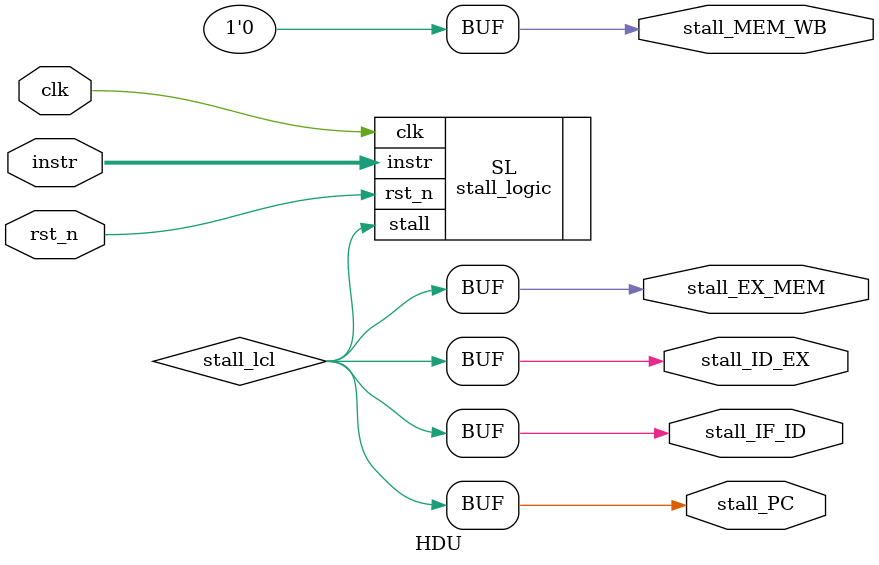
<source format=v>
module HDU(clk, rst_n, instr, stall_PC, stall_IF_ID, stall_ID_EX, stall_EX_MEM, stall_MEM_WB);
	
	input clk, rst_n;
	input [15:0] instr;

	output stall_PC, stall_IF_ID, stall_ID_EX, stall_EX_MEM, stall_MEM_WB;
	
	wire stall_lcl;

	stall_logic SL(
		// Input
		.clk(clk), 
		.rst_n(rst_n), 
		.instr(instr), 
		// Output
		.stall(stall_lcl)
		);
		
		assign stall_PC = stall_lcl;
		assign stall_IF_ID = stall_lcl;
		assign stall_ID_EX = stall_lcl;
		assign stall_EX_MEM = stall_lcl;
		assign stall_MEM_WB = 1'b0;
	
endmodule

</source>
